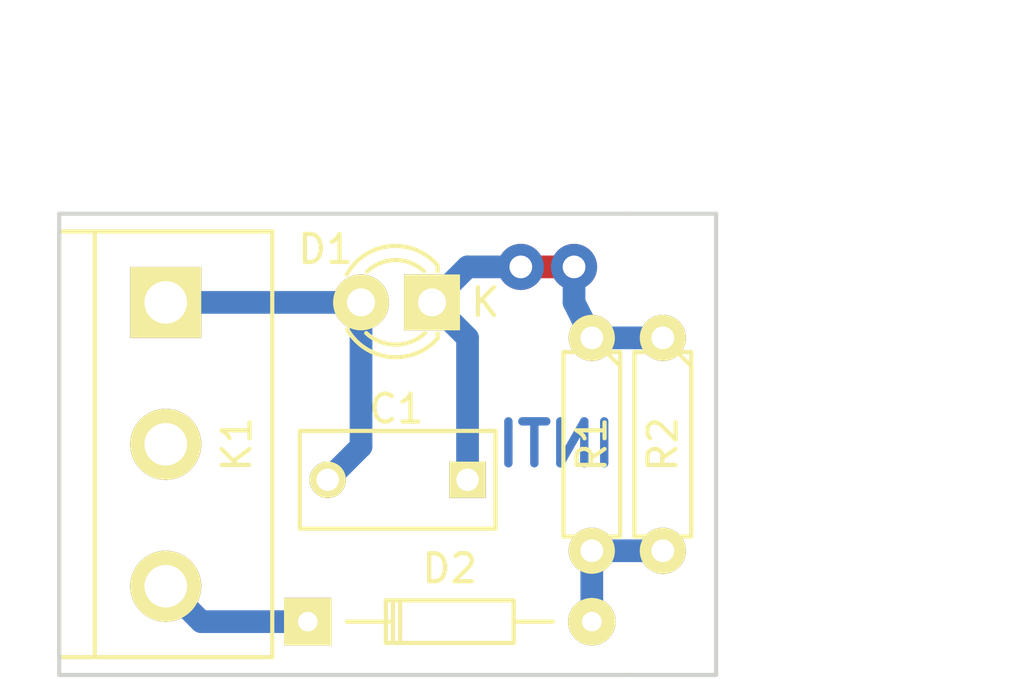
<source format=kicad_pcb>
(kicad_pcb (version 4) (host pcbnew 4.0.0-rc1-stable)

  (general
    (links 8)
    (no_connects 0)
    (area 133.909999 103.429999 157.555001 120.090001)
    (thickness 1.6)
    (drawings 9)
    (tracks 18)
    (zones 0)
    (modules 6)
    (nets 6)
  )

  (page A4)
  (title_block
    (title "Ejercicio 1 Curso KiCad")
    (rev "Rev 0.1")
    (company "Christian Mista")
  )

  (layers
    (0 F.Cu signal)
    (31 B.Cu signal)
    (32 B.Adhes user)
    (33 F.Adhes user)
    (34 B.Paste user)
    (35 F.Paste user)
    (36 B.SilkS user)
    (37 F.SilkS user)
    (38 B.Mask user)
    (39 F.Mask user)
    (40 Dwgs.User user)
    (41 Cmts.User user)
    (42 Eco1.User user)
    (43 Eco2.User user)
    (44 Edge.Cuts user)
    (45 Margin user)
    (46 B.CrtYd user)
    (47 F.CrtYd user)
    (48 B.Fab user)
    (49 F.Fab user)
  )

  (setup
    (last_trace_width 0.8128)
    (user_trace_width 0.8128)
    (trace_clearance 0.8128)
    (zone_clearance 0.508)
    (zone_45_only no)
    (trace_min 0.2)
    (segment_width 0.2)
    (edge_width 0.15)
    (via_size 1.651)
    (via_drill 0.8128)
    (via_min_size 0.4)
    (via_min_drill 0.3)
    (user_via 1.651 0.8128)
    (uvia_size 0.3)
    (uvia_drill 0.1)
    (uvias_allowed no)
    (uvia_min_size 0.2)
    (uvia_min_drill 0.1)
    (pcb_text_width 0.3)
    (pcb_text_size 1.5 1.5)
    (mod_edge_width 0.15)
    (mod_text_size 1 1)
    (mod_text_width 0.15)
    (pad_size 1.524 1.524)
    (pad_drill 0.762)
    (pad_to_mask_clearance 0.2)
    (aux_axis_origin 0 0)
    (visible_elements 7FFFFFFF)
    (pcbplotparams
      (layerselection 0x00130_80000001)
      (usegerberextensions false)
      (excludeedgelayer false)
      (linewidth 0.100000)
      (plotframeref false)
      (viasonmask false)
      (mode 1)
      (useauxorigin false)
      (hpglpennumber 1)
      (hpglpenspeed 20)
      (hpglpendiameter 15)
      (hpglpenoverlay 2)
      (psnegative false)
      (psa4output false)
      (plotreference true)
      (plotvalue false)
      (plotinvisibletext false)
      (padsonsilk false)
      (subtractmaskfromsilk false)
      (outputformat 1)
      (mirror false)
      (drillshape 0)
      (scaleselection 1)
      (outputdirectory Gerber/))
  )

  (net 0 "")
  (net 1 "Net-(C1-Pad1)")
  (net 2 "Net-(C1-Pad2)")
  (net 3 "Net-(D2-Pad2)")
  (net 4 "Net-(D2-Pad1)")
  (net 5 "Net-(K1-Pad2)")

  (net_class Default "This is the default net class."
    (clearance 0.8128)
    (trace_width 0.8128)
    (via_dia 1.651)
    (via_drill 0.8128)
    (uvia_dia 0.3)
    (uvia_drill 0.1)
    (add_net "Net-(C1-Pad1)")
    (add_net "Net-(C1-Pad2)")
    (add_net "Net-(D2-Pad1)")
    (add_net "Net-(D2-Pad2)")
    (add_net "Net-(K1-Pad2)")
  )

  (module ej1:C_Rect_L7_W3.5_P5 (layer F.Cu) (tedit 565CA817) (tstamp 565C69C1)
    (at 148.59 113.03 180)
    (descr "Film Capacitor Length 7mm x Width 3.5mm, Pitch 5mm")
    (tags Capacitor)
    (path /565C5CE1)
    (fp_text reference C1 (at 2.54 2.54 180) (layer F.SilkS)
      (effects (font (size 1 1) (thickness 0.15)))
    )
    (fp_text value "100 nF" (at 2.5 3 180) (layer F.Fab)
      (effects (font (size 1 1) (thickness 0.15)))
    )
    (fp_line (start -1.25 -2) (end 6.25 -2) (layer F.CrtYd) (width 0.05))
    (fp_line (start 6.25 -2) (end 6.25 2) (layer F.CrtYd) (width 0.05))
    (fp_line (start 6.25 2) (end -1.25 2) (layer F.CrtYd) (width 0.05))
    (fp_line (start -1.25 2) (end -1.25 -2) (layer F.CrtYd) (width 0.05))
    (fp_line (start -1 -1.75) (end 6 -1.75) (layer F.SilkS) (width 0.15))
    (fp_line (start 6 -1.75) (end 6 1.75) (layer F.SilkS) (width 0.15))
    (fp_line (start 6 1.75) (end -1 1.75) (layer F.SilkS) (width 0.15))
    (fp_line (start -1 1.75) (end -1 -1.75) (layer F.SilkS) (width 0.15))
    (pad 1 thru_hole rect (at 0 0 180) (size 1.3 1.3) (drill 0.8) (layers *.Cu *.Mask F.SilkS)
      (net 1 "Net-(C1-Pad1)"))
    (pad 2 thru_hole circle (at 5 0 180) (size 1.3 1.3) (drill 0.8) (layers *.Cu *.Mask F.SilkS)
      (net 2 "Net-(C1-Pad2)"))
    (model ../../../../../../Users/christian/Desktop/Mista_Christian_KiCad/ej1.3dshapes/cnp_6mm_disc.wrl
      (at (xyz 0.1 0 0))
      (scale (xyz 1 1 1))
      (rotate (xyz 0 0 0))
    )
  )

  (module ej1:LED-3MM (layer F.Cu) (tedit 565CA850) (tstamp 565C69C7)
    (at 147.32 106.68 180)
    (descr "LED 3mm round vertical")
    (tags "LED  3mm round vertical")
    (path /565C6AFA)
    (fp_text reference D1 (at 3.81 1.905 180) (layer F.SilkS)
      (effects (font (size 1 1) (thickness 0.15)))
    )
    (fp_text value "LED ROJO" (at 1.3 -2.9 180) (layer F.Fab)
      (effects (font (size 1 1) (thickness 0.15)))
    )
    (fp_line (start -1.2 2.3) (end 3.8 2.3) (layer F.CrtYd) (width 0.05))
    (fp_line (start 3.8 2.3) (end 3.8 -2.2) (layer F.CrtYd) (width 0.05))
    (fp_line (start 3.8 -2.2) (end -1.2 -2.2) (layer F.CrtYd) (width 0.05))
    (fp_line (start -1.2 -2.2) (end -1.2 2.3) (layer F.CrtYd) (width 0.05))
    (fp_line (start -0.199 1.314) (end -0.199 1.114) (layer F.SilkS) (width 0.15))
    (fp_line (start -0.199 -1.28) (end -0.199 -1.1) (layer F.SilkS) (width 0.15))
    (fp_arc (start 1.301 0.034) (end -0.199 -1.286) (angle 108.5) (layer F.SilkS) (width 0.15))
    (fp_arc (start 1.301 0.034) (end 0.25 -1.1) (angle 85.7) (layer F.SilkS) (width 0.15))
    (fp_arc (start 1.311 0.034) (end 3.051 0.994) (angle 110) (layer F.SilkS) (width 0.15))
    (fp_arc (start 1.301 0.034) (end 2.335 1.094) (angle 87.5) (layer F.SilkS) (width 0.15))
    (fp_text user K (at -1.905 0 180) (layer F.SilkS)
      (effects (font (size 1 1) (thickness 0.15)))
    )
    (pad 1 thru_hole rect (at 0 0 270) (size 2 2) (drill 1.00076) (layers *.Cu *.Mask F.SilkS)
      (net 1 "Net-(C1-Pad1)"))
    (pad 2 thru_hole circle (at 2.54 0 180) (size 2 2) (drill 1.00076) (layers *.Cu *.Mask F.SilkS)
      (net 2 "Net-(C1-Pad2)"))
    (model ../../../../../../Users/christian/Desktop/Mista_Christian_KiCad/ej1.3dshapes/LED-3MM.wrl
      (at (xyz 0.05 0 0))
      (scale (xyz 1 1 1))
      (rotate (xyz 0 0 90))
    )
  )

  (module ej1:Diode_DO-35_SOD27_Horizontal_RM10 (layer F.Cu) (tedit 565CA80C) (tstamp 565C69CD)
    (at 142.875 118.11)
    (descr "Diode, DO-35,  SOD27, Horizontal, RM 10mm")
    (tags "Diode, DO-35, SOD27, Horizontal, RM 10mm, 1N4148,")
    (path /565C5EC5)
    (fp_text reference D2 (at 5.08 -1.905) (layer F.SilkS)
      (effects (font (size 1 1) (thickness 0.15)))
    )
    (fp_text value 1N4148 (at 4.41452 -3.55854) (layer F.Fab)
      (effects (font (size 1 1) (thickness 0.15)))
    )
    (fp_line (start 7.36652 -0.00254) (end 8.76352 -0.00254) (layer F.SilkS) (width 0.15))
    (fp_line (start 2.92152 -0.00254) (end 1.39752 -0.00254) (layer F.SilkS) (width 0.15))
    (fp_line (start 3.30252 -0.76454) (end 3.30252 0.75946) (layer F.SilkS) (width 0.15))
    (fp_line (start 3.04852 -0.76454) (end 3.04852 0.75946) (layer F.SilkS) (width 0.15))
    (fp_line (start 2.79452 -0.00254) (end 2.79452 0.75946) (layer F.SilkS) (width 0.15))
    (fp_line (start 2.79452 0.75946) (end 7.36652 0.75946) (layer F.SilkS) (width 0.15))
    (fp_line (start 7.36652 0.75946) (end 7.36652 -0.76454) (layer F.SilkS) (width 0.15))
    (fp_line (start 7.36652 -0.76454) (end 2.79452 -0.76454) (layer F.SilkS) (width 0.15))
    (fp_line (start 2.79452 -0.76454) (end 2.79452 -0.00254) (layer F.SilkS) (width 0.15))
    (pad 2 thru_hole circle (at 10.16052 -0.00254 180) (size 1.69926 1.69926) (drill 0.70104) (layers *.Cu *.Mask F.SilkS)
      (net 3 "Net-(D2-Pad2)"))
    (pad 1 thru_hole rect (at 0.00052 -0.00254 180) (size 1.69926 1.69926) (drill 0.70104) (layers *.Cu *.Mask F.SilkS)
      (net 4 "Net-(D2-Pad1)"))
    (model ../../../../../../Users/christian/Desktop/Mista_Christian_KiCad/ej1.3dshapes/Diode_DO-35_SOD27_Horizontal_RM10.wrl
      (at (xyz 0.2 0 0))
      (scale (xyz 0.4 0.4 0.4))
      (rotate (xyz 0 0 180))
    )
  )

  (module ej1:bornier3 (layer F.Cu) (tedit 565CA85B) (tstamp 565C69D4)
    (at 137.795 111.76 270)
    (descr "Bornier d'alimentation 3 pins")
    (tags DEV)
    (path /565C6133)
    (fp_text reference K1 (at 0 -2.54 270) (layer F.SilkS)
      (effects (font (size 1 1) (thickness 0.15)))
    )
    (fp_text value CONN_3 (at 0 5.08 270) (layer F.Fab)
      (effects (font (size 1 1) (thickness 0.15)))
    )
    (fp_line (start -7.62 3.81) (end -7.62 -3.81) (layer F.SilkS) (width 0.15))
    (fp_line (start 7.62 3.81) (end 7.62 -3.81) (layer F.SilkS) (width 0.15))
    (fp_line (start -7.62 2.54) (end 7.62 2.54) (layer F.SilkS) (width 0.15))
    (fp_line (start -7.62 -3.81) (end 7.62 -3.81) (layer F.SilkS) (width 0.15))
    (fp_line (start -7.62 3.81) (end 7.62 3.81) (layer F.SilkS) (width 0.15))
    (pad 1 thru_hole rect (at -5.08 0 270) (size 2.54 2.54) (drill 1.524) (layers *.Cu *.Mask F.SilkS)
      (net 2 "Net-(C1-Pad2)"))
    (pad 2 thru_hole circle (at 0 0 270) (size 2.54 2.54) (drill 1.524) (layers *.Cu *.Mask F.SilkS)
      (net 5 "Net-(K1-Pad2)"))
    (pad 3 thru_hole circle (at 5.08 0 270) (size 2.54 2.54) (drill 1.524) (layers *.Cu *.Mask F.SilkS)
      (net 4 "Net-(D2-Pad1)"))
    (model ../../../../../../Users/christian/Desktop/Mista_Christian_KiCad/ej1.3dshapes/bornier3.wrl
      (at (xyz 0 0 0))
      (scale (xyz 1 1 1))
      (rotate (xyz 0 0 0))
    )
  )

  (module ej1:R3-LARGE_PADS (layer F.Cu) (tedit 0) (tstamp 565C69DA)
    (at 153.035 111.76 270)
    (descr "Resitance 3 pas")
    (tags R)
    (path /565C5BBE)
    (fp_text reference R1 (at 0 0 270) (layer F.SilkS)
      (effects (font (size 1 1) (thickness 0.15)))
    )
    (fp_text value 100K (at 0 0 270) (layer F.Fab)
      (effects (font (size 1 1) (thickness 0.15)))
    )
    (fp_line (start -3.81 0) (end -3.302 0) (layer F.SilkS) (width 0.15))
    (fp_line (start 3.81 0) (end 3.302 0) (layer F.SilkS) (width 0.15))
    (fp_line (start 3.302 0) (end 3.302 -1.016) (layer F.SilkS) (width 0.15))
    (fp_line (start 3.302 -1.016) (end -3.302 -1.016) (layer F.SilkS) (width 0.15))
    (fp_line (start -3.302 -1.016) (end -3.302 1.016) (layer F.SilkS) (width 0.15))
    (fp_line (start -3.302 1.016) (end 3.302 1.016) (layer F.SilkS) (width 0.15))
    (fp_line (start 3.302 1.016) (end 3.302 0) (layer F.SilkS) (width 0.15))
    (fp_line (start -3.302 -0.508) (end -2.794 -1.016) (layer F.SilkS) (width 0.15))
    (pad 1 thru_hole circle (at -3.81 0 270) (size 1.651 1.651) (drill 0.8128) (layers *.Cu *.Mask F.SilkS)
      (net 1 "Net-(C1-Pad1)"))
    (pad 2 thru_hole circle (at 3.81 0 270) (size 1.651 1.651) (drill 0.8128) (layers *.Cu *.Mask F.SilkS)
      (net 3 "Net-(D2-Pad2)"))
    (model ../../../../../../Users/christian/Desktop/Mista_Christian_KiCad/ej1.3dshapes/R3-LARGE_PADS.wrl
      (at (xyz 0 0 0))
      (scale (xyz 0.3 0.3 0.3))
      (rotate (xyz 0 0 0))
    )
  )

  (module ej1:R3-LARGE_PADS (layer F.Cu) (tedit 0) (tstamp 565CAA23)
    (at 155.575 111.76 270)
    (descr "Resitance 3 pas")
    (tags R)
    (path /565CA933)
    (fp_text reference R2 (at 0 0 270) (layer F.SilkS)
      (effects (font (size 1 1) (thickness 0.15)))
    )
    (fp_text value 200K (at 0 0 270) (layer F.Fab)
      (effects (font (size 1 1) (thickness 0.15)))
    )
    (fp_line (start -3.81 0) (end -3.302 0) (layer F.SilkS) (width 0.15))
    (fp_line (start 3.81 0) (end 3.302 0) (layer F.SilkS) (width 0.15))
    (fp_line (start 3.302 0) (end 3.302 -1.016) (layer F.SilkS) (width 0.15))
    (fp_line (start 3.302 -1.016) (end -3.302 -1.016) (layer F.SilkS) (width 0.15))
    (fp_line (start -3.302 -1.016) (end -3.302 1.016) (layer F.SilkS) (width 0.15))
    (fp_line (start -3.302 1.016) (end 3.302 1.016) (layer F.SilkS) (width 0.15))
    (fp_line (start 3.302 1.016) (end 3.302 0) (layer F.SilkS) (width 0.15))
    (fp_line (start -3.302 -0.508) (end -2.794 -1.016) (layer F.SilkS) (width 0.15))
    (pad 1 thru_hole circle (at -3.81 0 270) (size 1.651 1.651) (drill 0.8128) (layers *.Cu *.Mask F.SilkS)
      (net 1 "Net-(C1-Pad1)"))
    (pad 2 thru_hole circle (at 3.81 0 270) (size 1.651 1.651) (drill 0.8128) (layers *.Cu *.Mask F.SilkS)
      (net 3 "Net-(D2-Pad2)"))
    (model ../../../../../../Users/christian/Desktop/Mista_Christian_KiCad/ej1.3dshapes/R3-LARGE_PADS.wrl
      (at (xyz 0 0 0))
      (scale (xyz 0.3 0.3 0.3))
      (rotate (xyz 0 0 0))
    )
  )

  (dimension 23.495 (width 0.3) (layer Dwgs.User)
    (gr_text "0.9250 in" (at 145.7325 97.71) (layer Dwgs.User)
      (effects (font (size 1.5 1.5) (thickness 0.3)))
    )
    (feature1 (pts (xy 157.48 104.14) (xy 157.48 96.36)))
    (feature2 (pts (xy 133.985 104.14) (xy 133.985 96.36)))
    (crossbar (pts (xy 133.985 99.06) (xy 157.48 99.06)))
    (arrow1a (pts (xy 157.48 99.06) (xy 156.353496 99.646421)))
    (arrow1b (pts (xy 157.48 99.06) (xy 156.353496 98.473579)))
    (arrow2a (pts (xy 133.985 99.06) (xy 135.111504 99.646421)))
    (arrow2b (pts (xy 133.985 99.06) (xy 135.111504 98.473579)))
  )
  (dimension 16.51 (width 0.3) (layer Dwgs.User)
    (gr_text "0.6500 in" (at 165.815 111.76 90) (layer Dwgs.User)
      (effects (font (size 1.5 1.5) (thickness 0.3)))
    )
    (feature1 (pts (xy 156.21 103.505) (xy 167.165 103.505)))
    (feature2 (pts (xy 156.21 120.015) (xy 167.165 120.015)))
    (crossbar (pts (xy 164.465 120.015) (xy 164.465 103.505)))
    (arrow1a (pts (xy 164.465 103.505) (xy 165.051421 104.631504)))
    (arrow1b (pts (xy 164.465 103.505) (xy 163.878579 104.631504)))
    (arrow2a (pts (xy 164.465 120.015) (xy 165.051421 118.888496)))
    (arrow2b (pts (xy 164.465 120.015) (xy 163.878579 118.888496)))
  )
  (gr_line (start 157.48 103.505) (end 154.305 103.505) (angle 90) (layer Edge.Cuts) (width 0.15))
  (gr_line (start 154.305 120.015) (end 157.48 120.015) (angle 90) (layer Edge.Cuts) (width 0.15))
  (gr_text INTI (at 151.765 111.76) (layer B.Cu)
    (effects (font (size 1.5 1.5) (thickness 0.3)) (justify mirror))
  )
  (gr_line (start 133.985 120.015) (end 133.985 103.505) (angle 90) (layer Edge.Cuts) (width 0.15))
  (gr_line (start 154.305 120.015) (end 133.985 120.015) (angle 90) (layer Edge.Cuts) (width 0.15))
  (gr_line (start 157.48 103.505) (end 157.48 120.015) (angle 90) (layer Edge.Cuts) (width 0.15))
  (gr_line (start 133.985 103.505) (end 154.305 103.505) (angle 90) (layer Edge.Cuts) (width 0.15))

  (segment (start 153.035 107.95) (end 155.575 107.95) (width 0.8128) (layer B.Cu) (net 1))
  (segment (start 147.32 106.68) (end 148.59 105.41) (width 0.8128) (layer B.Cu) (net 1))
  (segment (start 152.4 105.41) (end 152.4 106.68) (width 0.8128) (layer B.Cu) (net 1) (tstamp 565C6FD1))
  (segment (start 152.4 106.68) (end 153.035 107.95) (width 0.8128) (layer B.Cu) (net 1) (tstamp 565C700A) (status 20))
  (via (at 152.4 105.41) (size 1.651) (drill 0.8128) (layers F.Cu B.Cu) (net 1))
  (segment (start 150.495 105.41) (end 152.4 105.41) (width 0.8128) (layer F.Cu) (net 1) (tstamp 565C6FC8))
  (via (at 150.495 105.41) (size 1.651) (drill 0.8128) (layers F.Cu B.Cu) (net 1))
  (segment (start 148.59 105.41) (end 150.495 105.41) (width 0.8128) (layer B.Cu) (net 1) (tstamp 565C6FC6))
  (segment (start 147.32 106.68) (end 148.59 107.95) (width 0.8128) (layer B.Cu) (net 1))
  (segment (start 148.59 107.95) (end 148.59 113.03) (width 0.8128) (layer B.Cu) (net 1) (tstamp 565C6F74))
  (segment (start 137.795 106.68) (end 144.78 106.68) (width 0.8128) (layer B.Cu) (net 2))
  (segment (start 144.78 106.68) (end 144.78 111.84) (width 0.8128) (layer B.Cu) (net 2) (tstamp 565C6F6A))
  (segment (start 144.78 111.84) (end 143.59 113.03) (width 0.8128) (layer B.Cu) (net 2) (tstamp 565C6F6C))
  (segment (start 153.035 115.57) (end 155.575 115.57) (width 0.8128) (layer B.Cu) (net 3))
  (segment (start 153.03552 118.10746) (end 153.035 118.10694) (width 0.8128) (layer B.Cu) (net 3) (status 30))
  (segment (start 153.035 118.10694) (end 153.035 115.57) (width 0.8128) (layer B.Cu) (net 3) (tstamp 565C6FA6) (status 10))
  (segment (start 137.795 116.84) (end 139.06246 118.10746) (width 0.8128) (layer B.Cu) (net 4))
  (segment (start 139.06246 118.10746) (end 142.87552 118.10746) (width 0.8128) (layer B.Cu) (net 4) (tstamp 565C6FA2) (status 20))

)

</source>
